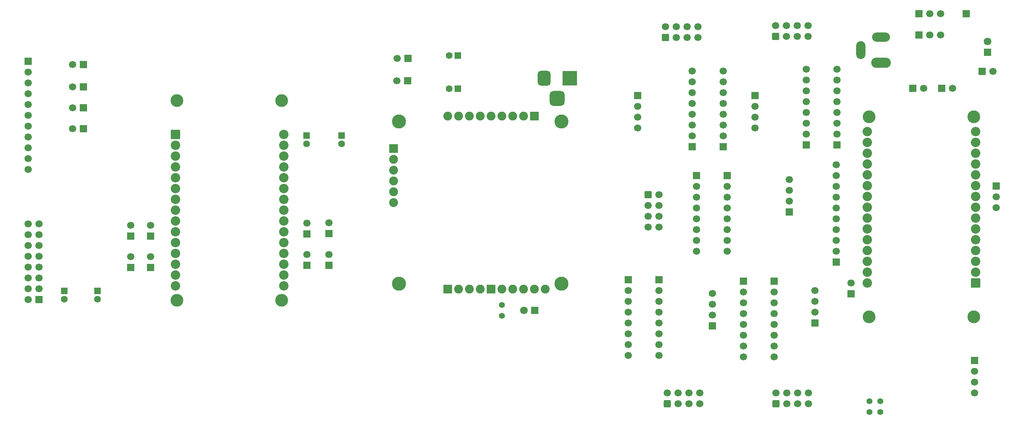
<source format=gbr>
%TF.GenerationSoftware,KiCad,Pcbnew,9.0.3*%
%TF.CreationDate,2026-02-04T18:41:09-06:00*%
%TF.ProjectId,pcblunarroverrfd900x modem,7063626c-756e-4617-9272-6f7665727266,rev?*%
%TF.SameCoordinates,Original*%
%TF.FileFunction,Soldermask,Bot*%
%TF.FilePolarity,Negative*%
%FSLAX46Y46*%
G04 Gerber Fmt 4.6, Leading zero omitted, Abs format (unit mm)*
G04 Created by KiCad (PCBNEW 9.0.3) date 2026-02-04 18:41:09*
%MOMM*%
%LPD*%
G01*
G04 APERTURE LIST*
G04 Aperture macros list*
%AMRoundRect*
0 Rectangle with rounded corners*
0 $1 Rounding radius*
0 $2 $3 $4 $5 $6 $7 $8 $9 X,Y pos of 4 corners*
0 Add a 4 corners polygon primitive as box body*
4,1,4,$2,$3,$4,$5,$6,$7,$8,$9,$2,$3,0*
0 Add four circle primitives for the rounded corners*
1,1,$1+$1,$2,$3*
1,1,$1+$1,$4,$5*
1,1,$1+$1,$6,$7*
1,1,$1+$1,$8,$9*
0 Add four rect primitives between the rounded corners*
20,1,$1+$1,$2,$3,$4,$5,0*
20,1,$1+$1,$4,$5,$6,$7,0*
20,1,$1+$1,$6,$7,$8,$9,0*
20,1,$1+$1,$8,$9,$2,$3,0*%
G04 Aperture macros list end*
%ADD10C,1.700000*%
%ADD11R,1.700000X1.700000*%
%ADD12RoundRect,0.250000X0.600000X-0.600000X0.600000X0.600000X-0.600000X0.600000X-0.600000X-0.600000X0*%
%ADD13C,1.800000*%
%ADD14R,1.800000X1.800000*%
%ADD15RoundRect,0.250000X-0.600000X-0.600000X0.600000X-0.600000X0.600000X0.600000X-0.600000X0.600000X0*%
%ADD16C,1.400000*%
%ADD17C,2.204000*%
%ADD18RoundRect,0.102000X1.000000X1.000000X-1.000000X1.000000X-1.000000X-1.000000X1.000000X-1.000000X0*%
%ADD19C,3.000000*%
%ADD20O,2.204000X4.204000*%
%ADD21O,4.204000X2.204000*%
%ADD22O,4.604000X2.404000*%
%ADD23RoundRect,0.250000X-0.550000X0.550000X-0.550000X-0.550000X0.550000X-0.550000X0.550000X0.550000X0*%
%ADD24C,1.600000*%
%ADD25RoundRect,0.250000X0.550000X0.550000X-0.550000X0.550000X-0.550000X-0.550000X0.550000X-0.550000X0*%
%ADD26RoundRect,0.102000X-1.000000X-1.000000X1.000000X-1.000000X1.000000X1.000000X-1.000000X1.000000X0*%
%ADD27C,3.302000*%
%ADD28RoundRect,0.102000X-0.939800X-0.939800X0.939800X-0.939800X0.939800X0.939800X-0.939800X0.939800X0*%
%ADD29C,2.083600*%
%ADD30R,3.500000X3.500000*%
%ADD31RoundRect,0.750000X-0.750000X-1.000000X0.750000X-1.000000X0.750000X1.000000X-0.750000X1.000000X0*%
%ADD32RoundRect,0.875000X-0.875000X-0.875000X0.875000X-0.875000X0.875000X0.875000X-0.875000X0.875000X0*%
G04 APERTURE END LIST*
D10*
%TO.C,R5*%
X253265000Y-43000000D03*
D11*
X250725000Y-43000000D03*
%TD*%
D10*
%TO.C,MC1*%
X176460000Y-32500000D03*
X179000000Y-32500000D03*
X181540000Y-32500000D03*
X184080000Y-32500000D03*
X184080000Y-35040000D03*
X181540000Y-35040000D03*
X179000000Y-35040000D03*
D12*
X176460000Y-35040000D03*
%TD*%
D13*
%TO.C,D1*%
X252000000Y-35960000D03*
D14*
X252000000Y-38500000D03*
%TD*%
D11*
%TO.C,SW5*%
X175000000Y-91920000D03*
D10*
X175000000Y-94460000D03*
X175000000Y-97000000D03*
X175000000Y-99540000D03*
X175000000Y-102080000D03*
X175000000Y-104620000D03*
X175000000Y-107160000D03*
X175000000Y-109700000D03*
X167790000Y-109710000D03*
X167790000Y-107170000D03*
X167790000Y-104630000D03*
X167790000Y-102090000D03*
X167790000Y-99550000D03*
X167790000Y-97010000D03*
X167790000Y-94470000D03*
D11*
X167790000Y-91930000D03*
%TD*%
%TO.C,SW4*%
X191000000Y-67500000D03*
D10*
X191000000Y-70040000D03*
X191000000Y-72580000D03*
X191000000Y-75120000D03*
X191000000Y-77660000D03*
X191000000Y-80200000D03*
X191000000Y-82740000D03*
X191000000Y-85280000D03*
X183790000Y-85290000D03*
X183790000Y-82750000D03*
X183790000Y-80210000D03*
X183790000Y-77670000D03*
X183790000Y-75130000D03*
X183790000Y-72590000D03*
X183790000Y-70050000D03*
D11*
X183790000Y-67510000D03*
%TD*%
D10*
%TO.C,RE2*%
X197500000Y-56310000D03*
X197500000Y-53770000D03*
X197500000Y-51230000D03*
D11*
X197500000Y-48690000D03*
%TD*%
D10*
%TO.C,MC4*%
X175000000Y-72000000D03*
X175000000Y-74540000D03*
X175000000Y-77080000D03*
X175000000Y-79620000D03*
X172460000Y-79620000D03*
X172460000Y-77080000D03*
X172460000Y-74540000D03*
D15*
X172460000Y-72000000D03*
%TD*%
D16*
%TO.C,R1*%
X226820000Y-123000000D03*
X224280000Y-123000000D03*
%TD*%
D10*
%TO.C,R3*%
X243765000Y-47000000D03*
D11*
X241225000Y-47000000D03*
%TD*%
%TO.C,J2*%
X247000000Y-29500000D03*
%TD*%
D10*
%TO.C,MC2*%
X202280000Y-32280000D03*
X204820000Y-32280000D03*
X207360000Y-32280000D03*
X209900000Y-32280000D03*
X209900000Y-34820000D03*
X207360000Y-34820000D03*
X204820000Y-34820000D03*
D12*
X202280000Y-34820000D03*
%TD*%
D10*
%TO.C,RE1*%
X170000000Y-56310000D03*
X170000000Y-53770000D03*
X170000000Y-51230000D03*
D11*
X170000000Y-48690000D03*
%TD*%
%TO.C,SW2*%
X209500000Y-60280000D03*
D10*
X209500000Y-57740000D03*
X209500000Y-55200000D03*
X209500000Y-52660000D03*
X209500000Y-50120000D03*
X209500000Y-47580000D03*
X209500000Y-45040000D03*
X209500000Y-42500000D03*
X216710000Y-42490000D03*
X216710000Y-45030000D03*
X216710000Y-47570000D03*
X216710000Y-50110000D03*
X216710000Y-52650000D03*
X216710000Y-55190000D03*
X216710000Y-57730000D03*
D11*
X216710000Y-60270000D03*
%TD*%
D10*
%TO.C,J7*%
X241040000Y-34500000D03*
X238500000Y-34500000D03*
D11*
X235960000Y-34500000D03*
%TD*%
D16*
%TO.C,R2*%
X226820000Y-120500000D03*
X224280000Y-120500000D03*
%TD*%
D10*
%TO.C,RE5*%
X187500000Y-95190000D03*
X187500000Y-97730000D03*
X187500000Y-100270000D03*
D11*
X187500000Y-102810000D03*
%TD*%
D10*
%TO.C,MC5*%
X176920000Y-118500000D03*
X179460000Y-118500000D03*
X182000000Y-118500000D03*
X184540000Y-118500000D03*
X184540000Y-121040000D03*
X182000000Y-121040000D03*
X179460000Y-121040000D03*
D12*
X176920000Y-121040000D03*
%TD*%
D10*
%TO.C,J6*%
X220000000Y-92735000D03*
D11*
X220000000Y-95275000D03*
%TD*%
D10*
%TO.C,RE4*%
X205500000Y-68380000D03*
X205500000Y-70920000D03*
X205500000Y-73460000D03*
D11*
X205500000Y-76000000D03*
%TD*%
D10*
%TO.C,OLED1*%
X249000000Y-118500000D03*
X249000000Y-115960000D03*
X249000000Y-113420000D03*
D11*
X249000000Y-110880000D03*
%TD*%
%TO.C,SW3*%
X202000000Y-92300000D03*
D10*
X202000000Y-94840000D03*
X202000000Y-97380000D03*
X202000000Y-99920000D03*
X202000000Y-102460000D03*
X202000000Y-105000000D03*
X202000000Y-107540000D03*
X202000000Y-110080000D03*
X194790000Y-110090000D03*
X194790000Y-107550000D03*
X194790000Y-105010000D03*
X194790000Y-102470000D03*
X194790000Y-99930000D03*
X194790000Y-97390000D03*
X194790000Y-94850000D03*
D11*
X194790000Y-92310000D03*
%TD*%
D10*
%TO.C,R4*%
X237040000Y-47000000D03*
D11*
X234500000Y-47000000D03*
%TD*%
D17*
%TO.C,U1*%
X223800000Y-92715000D03*
X223800000Y-90175000D03*
X223800000Y-87635000D03*
X223800000Y-85095000D03*
X223800000Y-82555000D03*
X223800000Y-80015000D03*
X223800000Y-77475000D03*
X223800000Y-74935000D03*
X223800000Y-72395000D03*
X223800000Y-69855000D03*
X223800000Y-67315000D03*
X223800000Y-64775000D03*
X223800000Y-62235000D03*
X223800000Y-59695000D03*
X223800000Y-57155000D03*
X249200000Y-57155000D03*
X249200000Y-59695000D03*
X249200000Y-62235000D03*
X249200000Y-64775000D03*
X249200000Y-67315000D03*
X249200000Y-69855000D03*
X249200000Y-72395000D03*
X249200000Y-74935000D03*
X249200000Y-77475000D03*
X249200000Y-80015000D03*
X249200000Y-82555000D03*
X249200000Y-85095000D03*
X249200000Y-87635000D03*
X249200000Y-90175000D03*
D18*
X249200000Y-92715000D03*
D19*
X224270000Y-53725000D03*
X224270000Y-100675000D03*
X248780000Y-53725000D03*
X248780000Y-100675000D03*
%TD*%
D10*
%TO.C,RE3*%
X211500000Y-94460000D03*
X211500000Y-97000000D03*
X211500000Y-99540000D03*
D11*
X211500000Y-102080000D03*
%TD*%
D10*
%TO.C,J4*%
X216500000Y-64920000D03*
X216500000Y-67460000D03*
X216500000Y-70000000D03*
X216500000Y-72540000D03*
X216500000Y-75080000D03*
X216500000Y-77620000D03*
X216500000Y-80160000D03*
X216500000Y-82700000D03*
X216500000Y-85240000D03*
D11*
X216500000Y-87780000D03*
%TD*%
%TO.C,SW1*%
X182790000Y-60710000D03*
D10*
X182790000Y-58170000D03*
X182790000Y-55630000D03*
X182790000Y-53090000D03*
X182790000Y-50550000D03*
X182790000Y-48010000D03*
X182790000Y-45470000D03*
X182790000Y-42930000D03*
X190000000Y-42920000D03*
X190000000Y-45460000D03*
X190000000Y-48000000D03*
X190000000Y-50540000D03*
X190000000Y-53080000D03*
X190000000Y-55620000D03*
X190000000Y-58160000D03*
D11*
X190000000Y-60700000D03*
%TD*%
D10*
%TO.C,MC3*%
X202420000Y-118500000D03*
X204960000Y-118500000D03*
X207500000Y-118500000D03*
X210040000Y-118500000D03*
X210040000Y-121040000D03*
X207500000Y-121040000D03*
X204960000Y-121040000D03*
D12*
X202420000Y-121040000D03*
%TD*%
D10*
%TO.C,J5*%
X254000000Y-75040000D03*
X254000000Y-72500000D03*
D11*
X254000000Y-69960000D03*
%TD*%
D20*
%TO.C,J1*%
X222300000Y-38000000D03*
D21*
X227000000Y-35000000D03*
D22*
X227000000Y-41000000D03*
%TD*%
D10*
%TO.C,U3*%
X241040000Y-29500000D03*
X238500000Y-29500000D03*
D11*
X235960000Y-29500000D03*
%TD*%
D16*
%TO.C,1k*%
X138150253Y-97849747D03*
X138150253Y-100389747D03*
%TD*%
D11*
%TO.C,J14*%
X92450253Y-81174747D03*
D10*
X92450253Y-78634747D03*
%TD*%
D23*
%TO.C,10uF2*%
X92350253Y-58049747D03*
D24*
X92350253Y-60049747D03*
%TD*%
D11*
%TO.C,J10*%
X40030253Y-41449747D03*
D10*
X37490253Y-41449747D03*
%TD*%
D23*
%TO.C,1000uf1*%
X35550253Y-94549747D03*
D24*
X35550253Y-96549747D03*
%TD*%
D11*
%TO.C,J3*%
X51050253Y-81749747D03*
D10*
X51050253Y-79209747D03*
%TD*%
D11*
%TO.C,J4*%
X55750253Y-81749747D03*
D10*
X55750253Y-79209747D03*
%TD*%
D11*
%TO.C,J9*%
X39990253Y-46649747D03*
D10*
X37450253Y-46649747D03*
%TD*%
D25*
%TO.C,10uF1*%
X127800253Y-47049747D03*
D24*
X125800253Y-47049747D03*
%TD*%
D19*
%TO.C,U1*%
X61970253Y-49849747D03*
X61970253Y-96799747D03*
X86480253Y-49849747D03*
X86480253Y-96799747D03*
D26*
X61550253Y-57809747D03*
D17*
X61550253Y-60349747D03*
X61550253Y-62889747D03*
X61550253Y-65429747D03*
X61550253Y-67969747D03*
X61550253Y-70509747D03*
X61550253Y-73049747D03*
X61550253Y-75589747D03*
X61550253Y-78129747D03*
X61550253Y-80669747D03*
X61550253Y-83209747D03*
X61550253Y-85749747D03*
X61550253Y-88289747D03*
X61550253Y-90829747D03*
X61550253Y-93369747D03*
X86950253Y-93369747D03*
X86950253Y-90829747D03*
X86950253Y-88289747D03*
X86950253Y-85749747D03*
X86950253Y-83209747D03*
X86950253Y-80669747D03*
X86950253Y-78129747D03*
X86950253Y-75589747D03*
X86950253Y-73049747D03*
X86950253Y-70509747D03*
X86950253Y-67969747D03*
X86950253Y-65429747D03*
X86950253Y-62889747D03*
X86950253Y-60349747D03*
X86950253Y-57809747D03*
%TD*%
D27*
%TO.C,U2*%
X114000253Y-54819747D03*
X114000253Y-92919747D03*
X152100253Y-54819747D03*
X152100253Y-92919747D03*
D28*
X112730253Y-61169747D03*
D29*
X112730253Y-63709747D03*
X112730253Y-66249747D03*
X112730253Y-68789747D03*
X112730253Y-71329747D03*
X112730253Y-73869747D03*
D28*
X125430253Y-94189747D03*
D29*
X127970253Y-94189747D03*
X130510253Y-94189747D03*
X133050253Y-94189747D03*
D28*
X135590253Y-94189747D03*
D29*
X138130253Y-94189747D03*
X140670253Y-94189747D03*
X143210253Y-94189747D03*
X145750253Y-94189747D03*
X148290253Y-94189747D03*
D28*
X145750253Y-53549747D03*
D29*
X143210253Y-53549747D03*
X140670253Y-53549747D03*
X138130253Y-53549747D03*
X135590253Y-53549747D03*
X133050253Y-53549747D03*
X130510253Y-53549747D03*
X127970253Y-53549747D03*
X125430253Y-53549747D03*
%TD*%
D11*
%TO.C,J16*%
X92450253Y-88589747D03*
D10*
X92450253Y-86049747D03*
%TD*%
D11*
%TO.C,J13*%
X97550253Y-81149747D03*
D10*
X97550253Y-78609747D03*
%TD*%
D14*
%TO.C,D1*%
X145850253Y-99149747D03*
D13*
X143310253Y-99149747D03*
%TD*%
D25*
%TO.C,0.1uF3*%
X127800253Y-39299747D03*
D24*
X125800253Y-39299747D03*
%TD*%
D11*
%TO.C,J17*%
X97550253Y-88549747D03*
D10*
X97550253Y-86009747D03*
%TD*%
D11*
%TO.C,J5*%
X55750253Y-89089747D03*
D10*
X55750253Y-86549747D03*
%TD*%
D11*
%TO.C,J12*%
X116150253Y-39949747D03*
D10*
X113610253Y-39949747D03*
%TD*%
D11*
%TO.C,J18*%
X27050253Y-40689747D03*
D10*
X27050253Y-43229747D03*
X27050253Y-45769747D03*
X27050253Y-48309747D03*
X27050253Y-50849747D03*
X27050253Y-53389747D03*
X27050253Y-55929747D03*
X27050253Y-58469747D03*
X27050253Y-61009747D03*
X27050253Y-63549747D03*
X27050253Y-66089747D03*
%TD*%
D23*
%TO.C,0.1uF1*%
X43305365Y-94544635D03*
D24*
X43305365Y-96544635D03*
%TD*%
D23*
%TO.C,0.1uf2*%
X100550253Y-58049747D03*
D24*
X100550253Y-60049747D03*
%TD*%
D11*
%TO.C,J6*%
X51050253Y-89049747D03*
D10*
X51050253Y-86509747D03*
%TD*%
D11*
%TO.C,J8*%
X39990253Y-51549747D03*
D10*
X37450253Y-51549747D03*
%TD*%
D11*
%TO.C,J7*%
X39990253Y-56449747D03*
D10*
X37450253Y-56449747D03*
%TD*%
D11*
%TO.C,J11*%
X116050253Y-45249747D03*
D10*
X113510253Y-45249747D03*
%TD*%
D30*
%TO.C,J1*%
X154050253Y-44649747D03*
D31*
X148050253Y-44649747D03*
D32*
X151050253Y-49349747D03*
%TD*%
D11*
%TO.C,J2*%
X29550253Y-96589747D03*
D10*
X27010253Y-96589747D03*
X29550253Y-94049747D03*
X27010253Y-94049747D03*
X29550253Y-91509747D03*
X27010253Y-91509747D03*
X29550253Y-88969747D03*
X27010253Y-88969747D03*
X29550253Y-86429747D03*
X27010253Y-86429747D03*
X29550253Y-83889747D03*
X27010253Y-83889747D03*
X29550253Y-81349747D03*
X27010253Y-81349747D03*
X29550253Y-78809747D03*
X27010253Y-78809747D03*
%TD*%
M02*

</source>
